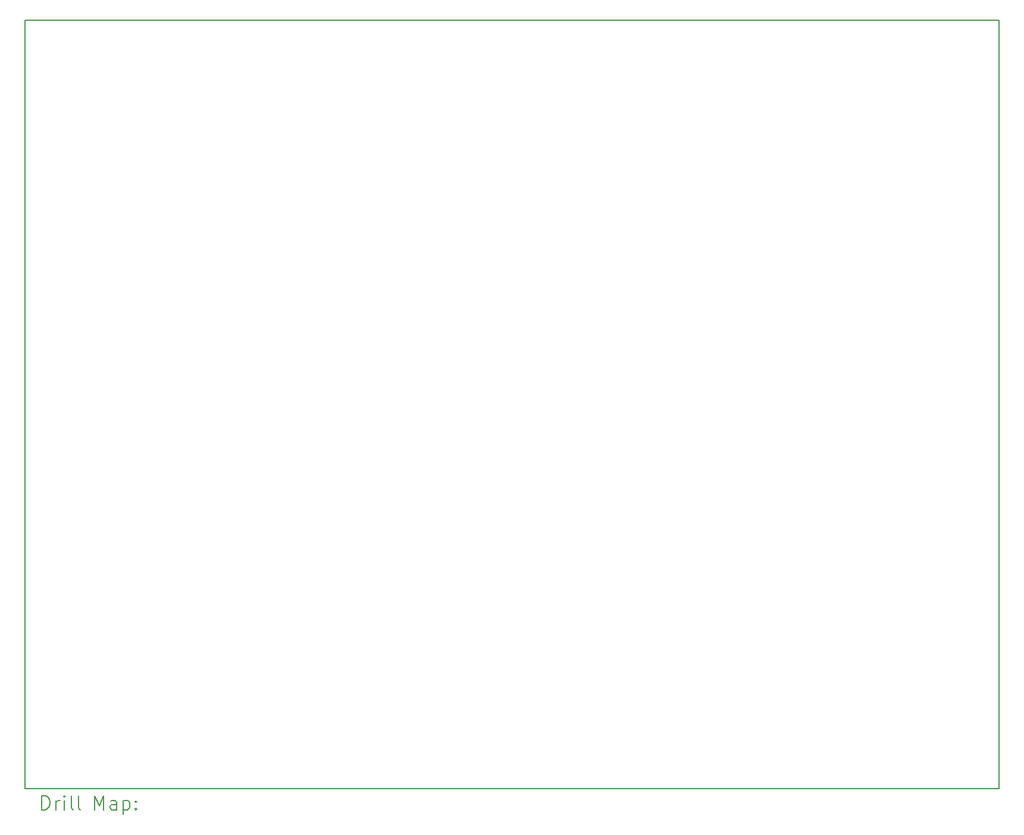
<source format=gbr>
%TF.GenerationSoftware,KiCad,Pcbnew,(7.0.0)*%
%TF.CreationDate,2023-12-21T14:49:08-05:00*%
%TF.ProjectId,luminator,6c756d69-6e61-4746-9f72-2e6b69636164,rev?*%
%TF.SameCoordinates,Original*%
%TF.FileFunction,Drillmap*%
%TF.FilePolarity,Positive*%
%FSLAX45Y45*%
G04 Gerber Fmt 4.5, Leading zero omitted, Abs format (unit mm)*
G04 Created by KiCad (PCBNEW (7.0.0)) date 2023-12-21 14:49:08*
%MOMM*%
%LPD*%
G01*
G04 APERTURE LIST*
%ADD10C,0.200000*%
G04 APERTURE END LIST*
D10*
X4640580Y-2804160D02*
X18498820Y-2804160D01*
X18498820Y-2804160D02*
X18498820Y-13736320D01*
X18498820Y-13736320D02*
X4640580Y-13736320D01*
X4640580Y-13736320D02*
X4640580Y-2804160D01*
X4878199Y-14039796D02*
X4878199Y-13839796D01*
X4878199Y-13839796D02*
X4925818Y-13839796D01*
X4925818Y-13839796D02*
X4954390Y-13849320D01*
X4954390Y-13849320D02*
X4973437Y-13868368D01*
X4973437Y-13868368D02*
X4982961Y-13887415D01*
X4982961Y-13887415D02*
X4992485Y-13925510D01*
X4992485Y-13925510D02*
X4992485Y-13954082D01*
X4992485Y-13954082D02*
X4982961Y-13992177D01*
X4982961Y-13992177D02*
X4973437Y-14011225D01*
X4973437Y-14011225D02*
X4954390Y-14030272D01*
X4954390Y-14030272D02*
X4925818Y-14039796D01*
X4925818Y-14039796D02*
X4878199Y-14039796D01*
X5078199Y-14039796D02*
X5078199Y-13906463D01*
X5078199Y-13944558D02*
X5087723Y-13925510D01*
X5087723Y-13925510D02*
X5097247Y-13915987D01*
X5097247Y-13915987D02*
X5116294Y-13906463D01*
X5116294Y-13906463D02*
X5135342Y-13906463D01*
X5202009Y-14039796D02*
X5202009Y-13906463D01*
X5202009Y-13839796D02*
X5192485Y-13849320D01*
X5192485Y-13849320D02*
X5202009Y-13858844D01*
X5202009Y-13858844D02*
X5211532Y-13849320D01*
X5211532Y-13849320D02*
X5202009Y-13839796D01*
X5202009Y-13839796D02*
X5202009Y-13858844D01*
X5325818Y-14039796D02*
X5306770Y-14030272D01*
X5306770Y-14030272D02*
X5297247Y-14011225D01*
X5297247Y-14011225D02*
X5297247Y-13839796D01*
X5430580Y-14039796D02*
X5411532Y-14030272D01*
X5411532Y-14030272D02*
X5402009Y-14011225D01*
X5402009Y-14011225D02*
X5402009Y-13839796D01*
X5626770Y-14039796D02*
X5626770Y-13839796D01*
X5626770Y-13839796D02*
X5693437Y-13982653D01*
X5693437Y-13982653D02*
X5760104Y-13839796D01*
X5760104Y-13839796D02*
X5760104Y-14039796D01*
X5941056Y-14039796D02*
X5941056Y-13935034D01*
X5941056Y-13935034D02*
X5931532Y-13915987D01*
X5931532Y-13915987D02*
X5912485Y-13906463D01*
X5912485Y-13906463D02*
X5874389Y-13906463D01*
X5874389Y-13906463D02*
X5855342Y-13915987D01*
X5941056Y-14030272D02*
X5922008Y-14039796D01*
X5922008Y-14039796D02*
X5874389Y-14039796D01*
X5874389Y-14039796D02*
X5855342Y-14030272D01*
X5855342Y-14030272D02*
X5845818Y-14011225D01*
X5845818Y-14011225D02*
X5845818Y-13992177D01*
X5845818Y-13992177D02*
X5855342Y-13973129D01*
X5855342Y-13973129D02*
X5874389Y-13963606D01*
X5874389Y-13963606D02*
X5922008Y-13963606D01*
X5922008Y-13963606D02*
X5941056Y-13954082D01*
X6036294Y-13906463D02*
X6036294Y-14106463D01*
X6036294Y-13915987D02*
X6055342Y-13906463D01*
X6055342Y-13906463D02*
X6093437Y-13906463D01*
X6093437Y-13906463D02*
X6112485Y-13915987D01*
X6112485Y-13915987D02*
X6122008Y-13925510D01*
X6122008Y-13925510D02*
X6131532Y-13944558D01*
X6131532Y-13944558D02*
X6131532Y-14001701D01*
X6131532Y-14001701D02*
X6122008Y-14020748D01*
X6122008Y-14020748D02*
X6112485Y-14030272D01*
X6112485Y-14030272D02*
X6093437Y-14039796D01*
X6093437Y-14039796D02*
X6055342Y-14039796D01*
X6055342Y-14039796D02*
X6036294Y-14030272D01*
X6217247Y-14020748D02*
X6226770Y-14030272D01*
X6226770Y-14030272D02*
X6217247Y-14039796D01*
X6217247Y-14039796D02*
X6207723Y-14030272D01*
X6207723Y-14030272D02*
X6217247Y-14020748D01*
X6217247Y-14020748D02*
X6217247Y-14039796D01*
X6217247Y-13915987D02*
X6226770Y-13925510D01*
X6226770Y-13925510D02*
X6217247Y-13935034D01*
X6217247Y-13935034D02*
X6207723Y-13925510D01*
X6207723Y-13925510D02*
X6217247Y-13915987D01*
X6217247Y-13915987D02*
X6217247Y-13935034D01*
M02*

</source>
